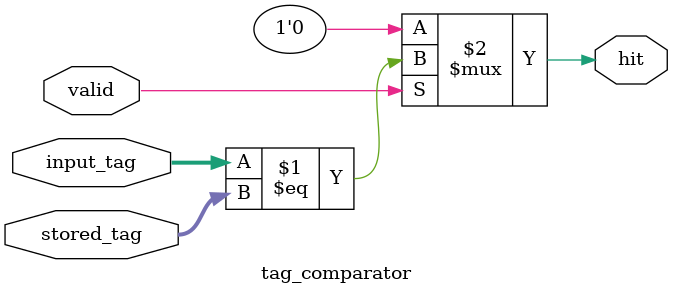
<source format=v>

module tag_comparator(
    input wire [TAG_WIDTH-1:0] input_tag,
    input wire [TAG_WIDTH-1:0] stored_tag,
    input wire valid,
    output wire hit
);
    parameter TAG_WIDTH = 32;
    assign hit = valid ? (input_tag == stored_tag) : 1'b0;
endmodule

</source>
